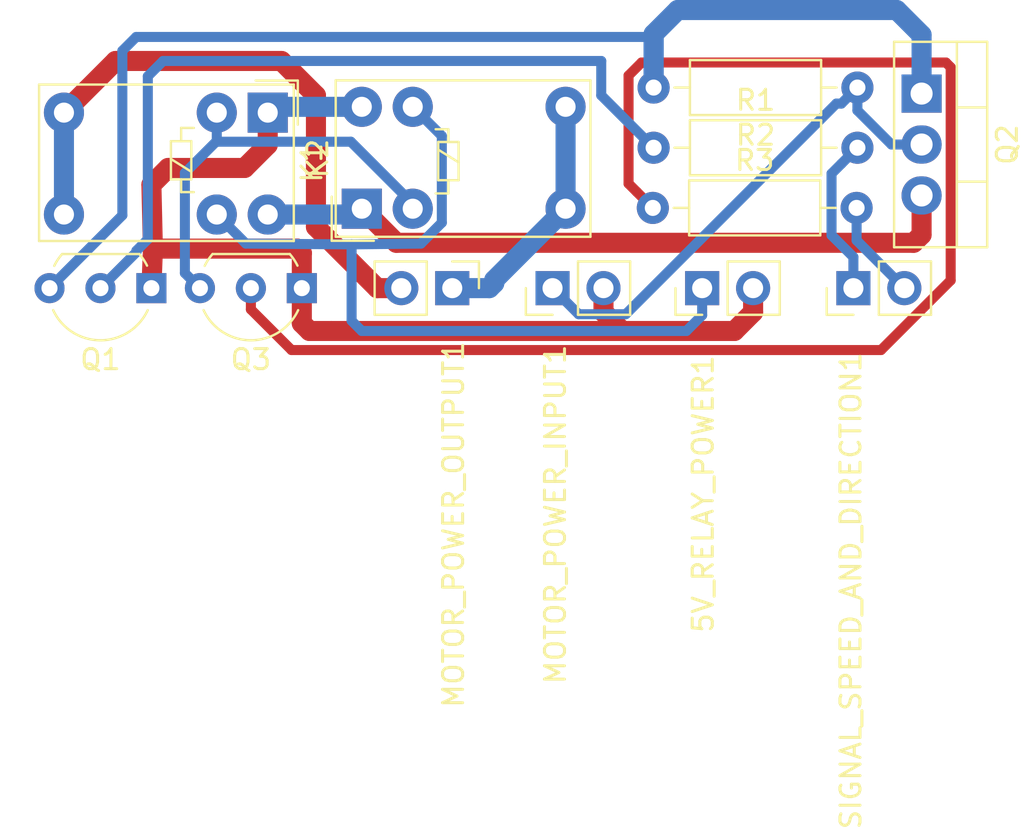
<source format=kicad_pcb>
(kicad_pcb (version 20171130) (host pcbnew "(5.1.5-0)")

  (general
    (thickness 1.6)
    (drawings 0)
    (tracks 106)
    (zones 0)
    (modules 12)
    (nets 13)
  )

  (page A4)
  (layers
    (0 F.Cu signal)
    (31 B.Cu signal)
    (32 B.Adhes user)
    (33 F.Adhes user)
    (34 B.Paste user)
    (35 F.Paste user)
    (36 B.SilkS user)
    (37 F.SilkS user)
    (38 B.Mask user)
    (39 F.Mask user)
    (40 Dwgs.User user)
    (41 Cmts.User user)
    (42 Eco1.User user)
    (43 Eco2.User user)
    (44 Edge.Cuts user)
    (45 Margin user)
    (46 B.CrtYd user)
    (47 F.CrtYd user)
    (48 B.Fab user)
    (49 F.Fab user)
  )

  (setup
    (last_trace_width 1)
    (user_trace_width 0.5)
    (user_trace_width 1)
    (user_trace_width 2.54)
    (trace_clearance 0.2)
    (zone_clearance 0.508)
    (zone_45_only no)
    (trace_min 0.2)
    (via_size 0.8)
    (via_drill 0.4)
    (via_min_size 0.4)
    (via_min_drill 0.3)
    (uvia_size 0.3)
    (uvia_drill 0.1)
    (uvias_allowed no)
    (uvia_min_size 0.2)
    (uvia_min_drill 0.1)
    (edge_width 0.05)
    (segment_width 0.2)
    (pcb_text_width 0.3)
    (pcb_text_size 1.5 1.5)
    (mod_edge_width 0.12)
    (mod_text_size 1 1)
    (mod_text_width 0.15)
    (pad_size 1.524 1.524)
    (pad_drill 0.762)
    (pad_to_mask_clearance 0.051)
    (solder_mask_min_width 0.25)
    (aux_axis_origin 0 0)
    (visible_elements FFFFFF7F)
    (pcbplotparams
      (layerselection 0x010fc_ffffffff)
      (usegerberextensions false)
      (usegerberattributes false)
      (usegerberadvancedattributes false)
      (creategerberjobfile false)
      (excludeedgelayer true)
      (linewidth 0.100000)
      (plotframeref false)
      (viasonmask false)
      (mode 1)
      (useauxorigin false)
      (hpglpennumber 1)
      (hpglpenspeed 20)
      (hpglpendiameter 15.000000)
      (psnegative false)
      (psa4output false)
      (plotreference true)
      (plotvalue true)
      (plotinvisibletext false)
      (padsonsilk false)
      (subtractmaskfromsilk false)
      (outputformat 1)
      (mirror false)
      (drillshape 1)
      (scaleselection 1)
      (outputdirectory ""))
  )

  (net 0 "")
  (net 1 GND)
  (net 2 /signal_speed_pwm)
  (net 3 /fet_drain)
  (net 4 /fet_g)
  (net 5 /bjt_b)
  (net 6 "Net-(Q3-Pad2)")
  (net 7 "Net-(K1-Pad2)")
  (net 8 "Net-(5V_RELAY_POWER1-Pad1)")
  (net 9 "Net-(K1-Pad5)")
  (net 10 "Net-(K2-Pad5)")
  (net 11 "Net-(MOTOR_POWER_INPUT1-Pad1)")
  (net 12 "Net-(R3-Pad2)")

  (net_class Default "This is the default net class."
    (clearance 0.2)
    (trace_width 0.25)
    (via_dia 0.8)
    (via_drill 0.4)
    (uvia_dia 0.3)
    (uvia_drill 0.1)
    (add_net /bjt_b)
    (add_net /fet_drain)
    (add_net /fet_g)
    (add_net /signal_speed_pwm)
    (add_net GND)
    (add_net "Net-(5V_RELAY_POWER1-Pad1)")
    (add_net "Net-(K1-Pad2)")
    (add_net "Net-(K1-Pad5)")
    (add_net "Net-(K2-Pad5)")
    (add_net "Net-(MOTOR_POWER_INPUT1-Pad1)")
    (add_net "Net-(Q3-Pad2)")
    (add_net "Net-(R3-Pad2)")
  )

  (module Package_TO_SOT_THT:TO-92L_Inline_Wide (layer F.Cu) (tedit 5A11996A) (tstamp 5E91B46E)
    (at 107.5 70 180)
    (descr "TO-92L leads in-line (large body variant of TO-92), also known as TO-226, wide, drill 0.75mm (see https://www.diodes.com/assets/Package-Files/TO92L.pdf and http://www.ti.com/lit/an/snoa059/snoa059.pdf)")
    (tags "TO-92L Inline Wide transistor")
    (path /5E926843)
    (fp_text reference Q3 (at 2.54 -3.56) (layer F.SilkS)
      (effects (font (size 1 1) (thickness 0.15)))
    )
    (fp_text value 2N2219 (at 2.54 2.79) (layer F.Fab)
      (effects (font (size 1 1) (thickness 0.15)))
    )
    (fp_arc (start 2.54 0) (end 4.45 1.7) (angle -15.88591585) (layer F.SilkS) (width 0.12))
    (fp_arc (start 2.54 0) (end 2.54 -2.48) (angle -130.2499344) (layer F.Fab) (width 0.1))
    (fp_arc (start 2.54 0) (end 2.54 -2.48) (angle 129.9527847) (layer F.Fab) (width 0.1))
    (fp_arc (start 2.54 0) (end 2.54 -2.6) (angle 65) (layer F.SilkS) (width 0.12))
    (fp_arc (start 2.54 0) (end 2.54 -2.6) (angle -65) (layer F.SilkS) (width 0.12))
    (fp_arc (start 2.54 0) (end 0.6 1.7) (angle 15.44288892) (layer F.SilkS) (width 0.12))
    (fp_line (start 6.1 1.85) (end -1 1.85) (layer F.CrtYd) (width 0.05))
    (fp_line (start 6.1 1.85) (end 6.1 -2.75) (layer F.CrtYd) (width 0.05))
    (fp_line (start -1 -2.75) (end -1 1.85) (layer F.CrtYd) (width 0.05))
    (fp_line (start -1 -2.75) (end 6.1 -2.75) (layer F.CrtYd) (width 0.05))
    (fp_line (start 0.65 1.6) (end 4.4 1.6) (layer F.Fab) (width 0.1))
    (fp_line (start 0.6 1.7) (end 4.45 1.7) (layer F.SilkS) (width 0.12))
    (fp_text user %R (at 2.54 -3.56) (layer F.Fab)
      (effects (font (size 1 1) (thickness 0.15)))
    )
    (pad 1 thru_hole rect (at 0 0 270) (size 1.5 1.5) (drill 0.8) (layers *.Cu *.Mask)
      (net 1 GND))
    (pad 3 thru_hole circle (at 5.08 0 270) (size 1.5 1.5) (drill 0.8) (layers *.Cu *.Mask)
      (net 7 "Net-(K1-Pad2)"))
    (pad 2 thru_hole circle (at 2.54 0 270) (size 1.5 1.5) (drill 0.8) (layers *.Cu *.Mask)
      (net 6 "Net-(Q3-Pad2)"))
    (model ${KISYS3DMOD}/Package_TO_SOT_THT.3dshapes/TO-92L_Inline_Wide.wrl
      (at (xyz 0 0 0))
      (scale (xyz 1 1 1))
      (rotate (xyz 0 0 0))
    )
  )

  (module Relay_THT:Relay_SPDT_Omron_G5V-1 (layer F.Cu) (tedit 5A57D9C3) (tstamp 5E91CA18)
    (at 110.49 66.04 90)
    (descr "Relay Omron G5V-1, see http://omronfs.omron.com/en_US/ecb/products/pdf/en-g5v_1.pdf")
    (tags "Relay Omron G5V-1")
    (path /5E941B93)
    (fp_text reference K2 (at 2.5 -2.2 90) (layer F.SilkS)
      (effects (font (size 1 1) (thickness 0.15)))
    )
    (fp_text value G5V-1 (at 2.5 12.5 90) (layer F.Fab)
      (effects (font (size 1 1) (thickness 0.15)))
    )
    (fp_line (start 6.45 11.45) (end -1.45 11.45) (layer F.CrtYd) (width 0.05))
    (fp_line (start 6.45 11.45) (end 6.45 -1.35) (layer F.CrtYd) (width 0.05))
    (fp_line (start -1.45 -1.35) (end -1.45 11.45) (layer F.CrtYd) (width 0.05))
    (fp_line (start -1.45 -1.35) (end 6.45 -1.35) (layer F.CrtYd) (width 0.05))
    (fp_line (start 3.327 3.81) (end 3.327 4.826) (layer F.SilkS) (width 0.12))
    (fp_line (start 1.422 4.826) (end 3.327 4.826) (layer F.SilkS) (width 0.12))
    (fp_line (start 1.422 3.81) (end 1.422 4.826) (layer F.SilkS) (width 0.12))
    (fp_line (start 3.327 3.81) (end 1.422 3.81) (layer F.SilkS) (width 0.12))
    (fp_line (start 3.962 4.318) (end 3.327 4.318) (layer F.SilkS) (width 0.12))
    (fp_line (start 3.962 3.683) (end 3.962 4.318) (layer F.SilkS) (width 0.12))
    (fp_line (start 0.762 4.318) (end 1.422 4.318) (layer F.SilkS) (width 0.12))
    (fp_line (start 0.762 3.683) (end 0.762 4.318) (layer F.SilkS) (width 0.12))
    (fp_line (start 2.946 3.81) (end 2.311 4.826) (layer F.SilkS) (width 0.12))
    (fp_line (start -0.1 -1.1) (end 6.2 -1.1) (layer F.Fab) (width 0.12))
    (fp_line (start 6.2 -1.1) (end 6.2 11.2) (layer F.Fab) (width 0.12))
    (fp_line (start 6.2 11.2) (end -1.2 11.2) (layer F.Fab) (width 0.12))
    (fp_line (start -1.2 11.2) (end -1.2 -0.1) (layer F.Fab) (width 0.12))
    (fp_line (start -1.2 -0.1) (end -0.1 -1.1) (layer F.Fab) (width 0.12))
    (fp_line (start -1.4 -1.3) (end 6.4 -1.3) (layer F.SilkS) (width 0.12))
    (fp_line (start 6.4 -1.3) (end 6.4 11.4) (layer F.SilkS) (width 0.12))
    (fp_line (start 6.4 11.4) (end -1.4 11.4) (layer F.SilkS) (width 0.12))
    (fp_line (start -1.4 11.4) (end -1.4 -1.3) (layer F.SilkS) (width 0.12))
    (fp_line (start -1.6 0.6) (end -1.6 -1.5) (layer F.SilkS) (width 0.12))
    (fp_line (start -1.6 -1.5) (end 0.6 -1.5) (layer F.SilkS) (width 0.12))
    (fp_text user %R (at 2.54 6.35 90) (layer F.Fab)
      (effects (font (size 1 1) (thickness 0.15)))
    )
    (pad 5 thru_hole circle (at 0 10.16 90) (size 2 2) (drill 1) (layers *.Cu *.Mask)
      (net 10 "Net-(K2-Pad5)"))
    (pad 6 thru_hole circle (at 5.08 10.16 90) (size 2 2) (drill 1) (layers *.Cu *.Mask)
      (net 10 "Net-(K2-Pad5)"))
    (pad 2 thru_hole circle (at 0 2.54 90) (size 2 2) (drill 1) (layers *.Cu *.Mask)
      (net 7 "Net-(K1-Pad2)"))
    (pad 1 thru_hole rect (at 0 0 90) (size 2 2) (drill 1) (layers *.Cu *.Mask)
      (net 3 /fet_drain))
    (pad 9 thru_hole circle (at 5.08 2.54 90) (size 2 2) (drill 1) (layers *.Cu *.Mask)
      (net 8 "Net-(5V_RELAY_POWER1-Pad1)"))
    (pad 10 thru_hole circle (at 5.08 0 90) (size 2 2) (drill 1) (layers *.Cu *.Mask)
      (net 1 GND))
    (model ${KISYS3DMOD}/Relay_THT.3dshapes/Relay_SPDT_Omron_G5V-1.wrl
      (at (xyz 0 0 0))
      (scale (xyz 1 1 1))
      (rotate (xyz 0 0 0))
    )
  )

  (module Package_TO_SOT_THT:TO-92L_Inline_Wide (layer F.Cu) (tedit 5A11996A) (tstamp 5E910F04)
    (at 100 70 180)
    (descr "TO-92L leads in-line (large body variant of TO-92), also known as TO-226, wide, drill 0.75mm (see https://www.diodes.com/assets/Package-Files/TO92L.pdf and http://www.ti.com/lit/an/snoa059/snoa059.pdf)")
    (tags "TO-92L Inline Wide transistor")
    (path /5E9047F0)
    (fp_text reference Q1 (at 2.54 -3.56) (layer F.SilkS)
      (effects (font (size 1 1) (thickness 0.15)))
    )
    (fp_text value 2N2219 (at 2.54 2.79) (layer F.Fab)
      (effects (font (size 1 1) (thickness 0.15)))
    )
    (fp_arc (start 2.54 0) (end 4.45 1.7) (angle -15.88591585) (layer F.SilkS) (width 0.12))
    (fp_arc (start 2.54 0) (end 2.54 -2.48) (angle -130.2499344) (layer F.Fab) (width 0.1))
    (fp_arc (start 2.54 0) (end 2.54 -2.48) (angle 129.9527847) (layer F.Fab) (width 0.1))
    (fp_arc (start 2.54 0) (end 2.54 -2.6) (angle 65) (layer F.SilkS) (width 0.12))
    (fp_arc (start 2.54 0) (end 2.54 -2.6) (angle -65) (layer F.SilkS) (width 0.12))
    (fp_arc (start 2.54 0) (end 0.6 1.7) (angle 15.44288892) (layer F.SilkS) (width 0.12))
    (fp_line (start 6.1 1.85) (end -1 1.85) (layer F.CrtYd) (width 0.05))
    (fp_line (start 6.1 1.85) (end 6.1 -2.75) (layer F.CrtYd) (width 0.05))
    (fp_line (start -1 -2.75) (end -1 1.85) (layer F.CrtYd) (width 0.05))
    (fp_line (start -1 -2.75) (end 6.1 -2.75) (layer F.CrtYd) (width 0.05))
    (fp_line (start 0.65 1.6) (end 4.4 1.6) (layer F.Fab) (width 0.1))
    (fp_line (start 0.6 1.7) (end 4.45 1.7) (layer F.SilkS) (width 0.12))
    (fp_text user %R (at 2.54 -3.56) (layer F.Fab)
      (effects (font (size 1 1) (thickness 0.15)))
    )
    (pad 1 thru_hole rect (at 0 0 270) (size 1.5 1.5) (drill 0.8) (layers *.Cu *.Mask)
      (net 1 GND))
    (pad 3 thru_hole circle (at 5.08 0 270) (size 1.5 1.5) (drill 0.8) (layers *.Cu *.Mask)
      (net 4 /fet_g))
    (pad 2 thru_hole circle (at 2.54 0 270) (size 1.5 1.5) (drill 0.8) (layers *.Cu *.Mask)
      (net 5 /bjt_b))
    (model ${KISYS3DMOD}/Package_TO_SOT_THT.3dshapes/TO-92L_Inline_Wide.wrl
      (at (xyz 0 0 0))
      (scale (xyz 1 1 1))
      (rotate (xyz 0 0 0))
    )
  )

  (module Relay_THT:Relay_SPDT_Omron_G5V-1 (layer F.Cu) (tedit 5A57D9C3) (tstamp 5E91CA7E)
    (at 105.800001 61.250001 270)
    (descr "Relay Omron G5V-1, see http://omronfs.omron.com/en_US/ecb/products/pdf/en-g5v_1.pdf")
    (tags "Relay Omron G5V-1")
    (path /5E93EF46)
    (fp_text reference K1 (at 2.5 -2.2 90) (layer F.SilkS)
      (effects (font (size 1 1) (thickness 0.15)))
    )
    (fp_text value G5V-1 (at 2.5 12.5 90) (layer F.Fab)
      (effects (font (size 1 1) (thickness 0.15)))
    )
    (fp_line (start 6.45 11.45) (end -1.45 11.45) (layer F.CrtYd) (width 0.05))
    (fp_line (start 6.45 11.45) (end 6.45 -1.35) (layer F.CrtYd) (width 0.05))
    (fp_line (start -1.45 -1.35) (end -1.45 11.45) (layer F.CrtYd) (width 0.05))
    (fp_line (start -1.45 -1.35) (end 6.45 -1.35) (layer F.CrtYd) (width 0.05))
    (fp_line (start 3.327 3.81) (end 3.327 4.826) (layer F.SilkS) (width 0.12))
    (fp_line (start 1.422 4.826) (end 3.327 4.826) (layer F.SilkS) (width 0.12))
    (fp_line (start 1.422 3.81) (end 1.422 4.826) (layer F.SilkS) (width 0.12))
    (fp_line (start 3.327 3.81) (end 1.422 3.81) (layer F.SilkS) (width 0.12))
    (fp_line (start 3.962 4.318) (end 3.327 4.318) (layer F.SilkS) (width 0.12))
    (fp_line (start 3.962 3.683) (end 3.962 4.318) (layer F.SilkS) (width 0.12))
    (fp_line (start 0.762 4.318) (end 1.422 4.318) (layer F.SilkS) (width 0.12))
    (fp_line (start 0.762 3.683) (end 0.762 4.318) (layer F.SilkS) (width 0.12))
    (fp_line (start 2.946 3.81) (end 2.311 4.826) (layer F.SilkS) (width 0.12))
    (fp_line (start -0.1 -1.1) (end 6.2 -1.1) (layer F.Fab) (width 0.12))
    (fp_line (start 6.2 -1.1) (end 6.2 11.2) (layer F.Fab) (width 0.12))
    (fp_line (start 6.2 11.2) (end -1.2 11.2) (layer F.Fab) (width 0.12))
    (fp_line (start -1.2 11.2) (end -1.2 -0.1) (layer F.Fab) (width 0.12))
    (fp_line (start -1.2 -0.1) (end -0.1 -1.1) (layer F.Fab) (width 0.12))
    (fp_line (start -1.4 -1.3) (end 6.4 -1.3) (layer F.SilkS) (width 0.12))
    (fp_line (start 6.4 -1.3) (end 6.4 11.4) (layer F.SilkS) (width 0.12))
    (fp_line (start 6.4 11.4) (end -1.4 11.4) (layer F.SilkS) (width 0.12))
    (fp_line (start -1.4 11.4) (end -1.4 -1.3) (layer F.SilkS) (width 0.12))
    (fp_line (start -1.6 0.6) (end -1.6 -1.5) (layer F.SilkS) (width 0.12))
    (fp_line (start -1.6 -1.5) (end 0.6 -1.5) (layer F.SilkS) (width 0.12))
    (fp_text user %R (at 2.54 6.35 90) (layer F.Fab)
      (effects (font (size 1 1) (thickness 0.15)))
    )
    (pad 5 thru_hole circle (at 0 10.16 270) (size 2 2) (drill 1) (layers *.Cu *.Mask)
      (net 9 "Net-(K1-Pad5)"))
    (pad 6 thru_hole circle (at 5.08 10.16 270) (size 2 2) (drill 1) (layers *.Cu *.Mask)
      (net 9 "Net-(K1-Pad5)"))
    (pad 2 thru_hole circle (at 0 2.54 270) (size 2 2) (drill 1) (layers *.Cu *.Mask)
      (net 7 "Net-(K1-Pad2)"))
    (pad 1 thru_hole rect (at 0 0 270) (size 2 2) (drill 1) (layers *.Cu *.Mask)
      (net 1 GND))
    (pad 9 thru_hole circle (at 5.08 2.54 270) (size 2 2) (drill 1) (layers *.Cu *.Mask)
      (net 8 "Net-(5V_RELAY_POWER1-Pad1)"))
    (pad 10 thru_hole circle (at 5.08 0 270) (size 2 2) (drill 1) (layers *.Cu *.Mask)
      (net 3 /fet_drain))
    (model ${KISYS3DMOD}/Relay_THT.3dshapes/Relay_SPDT_Omron_G5V-1.wrl
      (at (xyz 0 0 0))
      (scale (xyz 1 1 1))
      (rotate (xyz 0 0 0))
    )
  )

  (module Resistor_THT:R_Axial_DIN0207_L6.3mm_D2.5mm_P10.16mm_Horizontal (layer F.Cu) (tedit 5AE5139B) (tstamp 5E91EF7D)
    (at 125 66)
    (descr "Resistor, Axial_DIN0207 series, Axial, Horizontal, pin pitch=10.16mm, 0.25W = 1/4W, length*diameter=6.3*2.5mm^2, http://cdn-reichelt.de/documents/datenblatt/B400/1_4W%23YAG.pdf")
    (tags "Resistor Axial_DIN0207 series Axial Horizontal pin pitch 10.16mm 0.25W = 1/4W length 6.3mm diameter 2.5mm")
    (path /5E927C2F)
    (fp_text reference R3 (at 5.08 -2.37) (layer F.SilkS)
      (effects (font (size 1 1) (thickness 0.15)))
    )
    (fp_text value R1k (at 5.08 2.37) (layer F.Fab)
      (effects (font (size 1 1) (thickness 0.15)))
    )
    (fp_text user %R (at 5.08 0) (layer F.Fab)
      (effects (font (size 1 1) (thickness 0.15)))
    )
    (fp_line (start 11.21 -1.5) (end -1.05 -1.5) (layer F.CrtYd) (width 0.05))
    (fp_line (start 11.21 1.5) (end 11.21 -1.5) (layer F.CrtYd) (width 0.05))
    (fp_line (start -1.05 1.5) (end 11.21 1.5) (layer F.CrtYd) (width 0.05))
    (fp_line (start -1.05 -1.5) (end -1.05 1.5) (layer F.CrtYd) (width 0.05))
    (fp_line (start 9.12 0) (end 8.35 0) (layer F.SilkS) (width 0.12))
    (fp_line (start 1.04 0) (end 1.81 0) (layer F.SilkS) (width 0.12))
    (fp_line (start 8.35 -1.37) (end 1.81 -1.37) (layer F.SilkS) (width 0.12))
    (fp_line (start 8.35 1.37) (end 8.35 -1.37) (layer F.SilkS) (width 0.12))
    (fp_line (start 1.81 1.37) (end 8.35 1.37) (layer F.SilkS) (width 0.12))
    (fp_line (start 1.81 -1.37) (end 1.81 1.37) (layer F.SilkS) (width 0.12))
    (fp_line (start 10.16 0) (end 8.23 0) (layer F.Fab) (width 0.1))
    (fp_line (start 0 0) (end 1.93 0) (layer F.Fab) (width 0.1))
    (fp_line (start 8.23 -1.25) (end 1.93 -1.25) (layer F.Fab) (width 0.1))
    (fp_line (start 8.23 1.25) (end 8.23 -1.25) (layer F.Fab) (width 0.1))
    (fp_line (start 1.93 1.25) (end 8.23 1.25) (layer F.Fab) (width 0.1))
    (fp_line (start 1.93 -1.25) (end 1.93 1.25) (layer F.Fab) (width 0.1))
    (pad 2 thru_hole oval (at 10.16 0) (size 1.6 1.6) (drill 0.8) (layers *.Cu *.Mask)
      (net 12 "Net-(R3-Pad2)"))
    (pad 1 thru_hole circle (at 0 0) (size 1.6 1.6) (drill 0.8) (layers *.Cu *.Mask)
      (net 6 "Net-(Q3-Pad2)"))
    (model ${KISYS3DMOD}/Resistor_THT.3dshapes/R_Axial_DIN0207_L6.3mm_D2.5mm_P10.16mm_Horizontal.wrl
      (at (xyz 0 0 0))
      (scale (xyz 1 1 1))
      (rotate (xyz 0 0 0))
    )
  )

  (module Package_TO_SOT_THT:TO-220-3_Vertical (layer F.Cu) (tedit 5AC8BA0D) (tstamp 5E91B459)
    (at 138.4 60.3 270)
    (descr "TO-220-3, Vertical, RM 2.54mm, see https://www.vishay.com/docs/66542/to-220-1.pdf")
    (tags "TO-220-3 Vertical RM 2.54mm")
    (path /5E912D11)
    (fp_text reference Q2 (at 2.54 -4.27 90) (layer F.SilkS)
      (effects (font (size 1 1) (thickness 0.15)))
    )
    (fp_text value IRF9540N (at 2.54 2.5 90) (layer F.Fab)
      (effects (font (size 1 1) (thickness 0.15)))
    )
    (fp_text user %R (at 2.54 -4.27 90) (layer F.Fab)
      (effects (font (size 1 1) (thickness 0.15)))
    )
    (fp_line (start 7.79 -3.4) (end -2.71 -3.4) (layer F.CrtYd) (width 0.05))
    (fp_line (start 7.79 1.51) (end 7.79 -3.4) (layer F.CrtYd) (width 0.05))
    (fp_line (start -2.71 1.51) (end 7.79 1.51) (layer F.CrtYd) (width 0.05))
    (fp_line (start -2.71 -3.4) (end -2.71 1.51) (layer F.CrtYd) (width 0.05))
    (fp_line (start 4.391 -3.27) (end 4.391 -1.76) (layer F.SilkS) (width 0.12))
    (fp_line (start 0.69 -3.27) (end 0.69 -1.76) (layer F.SilkS) (width 0.12))
    (fp_line (start -2.58 -1.76) (end 7.66 -1.76) (layer F.SilkS) (width 0.12))
    (fp_line (start 7.66 -3.27) (end 7.66 1.371) (layer F.SilkS) (width 0.12))
    (fp_line (start -2.58 -3.27) (end -2.58 1.371) (layer F.SilkS) (width 0.12))
    (fp_line (start -2.58 1.371) (end 7.66 1.371) (layer F.SilkS) (width 0.12))
    (fp_line (start -2.58 -3.27) (end 7.66 -3.27) (layer F.SilkS) (width 0.12))
    (fp_line (start 4.39 -3.15) (end 4.39 -1.88) (layer F.Fab) (width 0.1))
    (fp_line (start 0.69 -3.15) (end 0.69 -1.88) (layer F.Fab) (width 0.1))
    (fp_line (start -2.46 -1.88) (end 7.54 -1.88) (layer F.Fab) (width 0.1))
    (fp_line (start 7.54 -3.15) (end -2.46 -3.15) (layer F.Fab) (width 0.1))
    (fp_line (start 7.54 1.25) (end 7.54 -3.15) (layer F.Fab) (width 0.1))
    (fp_line (start -2.46 1.25) (end 7.54 1.25) (layer F.Fab) (width 0.1))
    (fp_line (start -2.46 -3.15) (end -2.46 1.25) (layer F.Fab) (width 0.1))
    (pad 3 thru_hole oval (at 5.08 0 270) (size 1.905 2) (drill 1.1) (layers *.Cu *.Mask)
      (net 3 /fet_drain))
    (pad 2 thru_hole oval (at 2.54 0 270) (size 1.905 2) (drill 1.1) (layers *.Cu *.Mask)
      (net 11 "Net-(MOTOR_POWER_INPUT1-Pad1)"))
    (pad 1 thru_hole rect (at 0 0 270) (size 1.905 2) (drill 1.1) (layers *.Cu *.Mask)
      (net 4 /fet_g))
    (model ${KISYS3DMOD}/Package_TO_SOT_THT.3dshapes/TO-220-3_Vertical.wrl
      (at (xyz 0 0 0))
      (scale (xyz 1 1 1))
      (rotate (xyz 0 0 0))
    )
  )

  (module Connector_PinHeader_2.54mm:PinHeader_1x02_P2.54mm_Vertical (layer F.Cu) (tedit 59FED5CC) (tstamp 5E91F664)
    (at 115 70 270)
    (descr "Through hole straight pin header, 1x02, 2.54mm pitch, single row")
    (tags "Through hole pin header THT 1x02 2.54mm single row")
    (path /5E92FC61)
    (fp_text reference MOTOR_POWER_OUTPUT1 (at 11.788 -0.062 90) (layer F.SilkS)
      (effects (font (size 1 1) (thickness 0.15)))
    )
    (fp_text value MOTOR_POWER_OUTPUT (at 12.296 1.208 90) (layer F.Fab)
      (effects (font (size 1 1) (thickness 0.15)))
    )
    (fp_text user %R (at 11.788 -1.332 90) (layer F.Fab)
      (effects (font (size 1 1) (thickness 0.15)))
    )
    (fp_line (start 1.8 -1.8) (end -1.8 -1.8) (layer F.CrtYd) (width 0.05))
    (fp_line (start 1.8 4.35) (end 1.8 -1.8) (layer F.CrtYd) (width 0.05))
    (fp_line (start -1.8 4.35) (end 1.8 4.35) (layer F.CrtYd) (width 0.05))
    (fp_line (start -1.8 -1.8) (end -1.8 4.35) (layer F.CrtYd) (width 0.05))
    (fp_line (start -1.33 -1.33) (end 0 -1.33) (layer F.SilkS) (width 0.12))
    (fp_line (start -1.33 0) (end -1.33 -1.33) (layer F.SilkS) (width 0.12))
    (fp_line (start -1.33 1.27) (end 1.33 1.27) (layer F.SilkS) (width 0.12))
    (fp_line (start 1.33 1.27) (end 1.33 3.87) (layer F.SilkS) (width 0.12))
    (fp_line (start -1.33 1.27) (end -1.33 3.87) (layer F.SilkS) (width 0.12))
    (fp_line (start -1.33 3.87) (end 1.33 3.87) (layer F.SilkS) (width 0.12))
    (fp_line (start -1.27 -0.635) (end -0.635 -1.27) (layer F.Fab) (width 0.1))
    (fp_line (start -1.27 3.81) (end -1.27 -0.635) (layer F.Fab) (width 0.1))
    (fp_line (start 1.27 3.81) (end -1.27 3.81) (layer F.Fab) (width 0.1))
    (fp_line (start 1.27 -1.27) (end 1.27 3.81) (layer F.Fab) (width 0.1))
    (fp_line (start -0.635 -1.27) (end 1.27 -1.27) (layer F.Fab) (width 0.1))
    (pad 2 thru_hole oval (at 0 2.54 270) (size 1.7 1.7) (drill 1) (layers *.Cu *.Mask)
      (net 9 "Net-(K1-Pad5)"))
    (pad 1 thru_hole rect (at 0 0 270) (size 1.7 1.7) (drill 1) (layers *.Cu *.Mask)
      (net 10 "Net-(K2-Pad5)"))
    (model ${KISYS3DMOD}/Connector_PinHeader_2.54mm.3dshapes/PinHeader_1x02_P2.54mm_Vertical.wrl
      (at (xyz 0 0 0))
      (scale (xyz 1 1 1))
      (rotate (xyz 0 0 0))
    )
  )

  (module Connector_PinHeader_2.54mm:PinHeader_1x02_P2.54mm_Vertical (layer F.Cu) (tedit 59FED5CC) (tstamp 5E920ACA)
    (at 127.46 70 90)
    (descr "Through hole straight pin header, 1x02, 2.54mm pitch, single row")
    (tags "Through hole pin header THT 1x02 2.54mm single row")
    (path /5E92CC88)
    (fp_text reference 5V_RELAY_POWER1 (at -10.264 0.048 90) (layer F.SilkS)
      (effects (font (size 1 1) (thickness 0.15)))
    )
    (fp_text value 5V_RELAY_POWER (at -10.772 1.318 90) (layer F.Fab)
      (effects (font (size 1 1) (thickness 0.15)))
    )
    (fp_text user %R (at -10.264 -1.222 90) (layer F.Fab)
      (effects (font (size 1 1) (thickness 0.15)))
    )
    (fp_line (start 1.8 -1.8) (end -1.8 -1.8) (layer F.CrtYd) (width 0.05))
    (fp_line (start 1.8 4.35) (end 1.8 -1.8) (layer F.CrtYd) (width 0.05))
    (fp_line (start -1.8 4.35) (end 1.8 4.35) (layer F.CrtYd) (width 0.05))
    (fp_line (start -1.8 -1.8) (end -1.8 4.35) (layer F.CrtYd) (width 0.05))
    (fp_line (start -1.33 -1.33) (end 0 -1.33) (layer F.SilkS) (width 0.12))
    (fp_line (start -1.33 0) (end -1.33 -1.33) (layer F.SilkS) (width 0.12))
    (fp_line (start -1.33 1.27) (end 1.33 1.27) (layer F.SilkS) (width 0.12))
    (fp_line (start 1.33 1.27) (end 1.33 3.87) (layer F.SilkS) (width 0.12))
    (fp_line (start -1.33 1.27) (end -1.33 3.87) (layer F.SilkS) (width 0.12))
    (fp_line (start -1.33 3.87) (end 1.33 3.87) (layer F.SilkS) (width 0.12))
    (fp_line (start -1.27 -0.635) (end -0.635 -1.27) (layer F.Fab) (width 0.1))
    (fp_line (start -1.27 3.81) (end -1.27 -0.635) (layer F.Fab) (width 0.1))
    (fp_line (start 1.27 3.81) (end -1.27 3.81) (layer F.Fab) (width 0.1))
    (fp_line (start 1.27 -1.27) (end 1.27 3.81) (layer F.Fab) (width 0.1))
    (fp_line (start -0.635 -1.27) (end 1.27 -1.27) (layer F.Fab) (width 0.1))
    (pad 2 thru_hole oval (at 0 2.54 90) (size 1.7 1.7) (drill 1) (layers *.Cu *.Mask)
      (net 1 GND))
    (pad 1 thru_hole rect (at 0 0 90) (size 1.7 1.7) (drill 1) (layers *.Cu *.Mask)
      (net 8 "Net-(5V_RELAY_POWER1-Pad1)"))
    (model ${KISYS3DMOD}/Connector_PinHeader_2.54mm.3dshapes/PinHeader_1x02_P2.54mm_Vertical.wrl
      (at (xyz 0 0 0))
      (scale (xyz 1 1 1))
      (rotate (xyz 0 0 0))
    )
  )

  (module Resistor_THT:R_Axial_DIN0207_L6.3mm_D2.5mm_P10.16mm_Horizontal (layer F.Cu) (tedit 5AE5139B) (tstamp 5E91F070)
    (at 135.2 60 180)
    (descr "Resistor, Axial_DIN0207 series, Axial, Horizontal, pin pitch=10.16mm, 0.25W = 1/4W, length*diameter=6.3*2.5mm^2, http://cdn-reichelt.de/documents/datenblatt/B400/1_4W%23YAG.pdf")
    (tags "Resistor Axial_DIN0207 series Axial Horizontal pin pitch 10.16mm 0.25W = 1/4W length 6.3mm diameter 2.5mm")
    (path /5E9066A8)
    (fp_text reference R2 (at 5.08 -2.37) (layer F.SilkS)
      (effects (font (size 1 1) (thickness 0.15)))
    )
    (fp_text value r200k (at 5.08 2.37) (layer F.Fab)
      (effects (font (size 1 1) (thickness 0.15)))
    )
    (fp_text user %R (at 5.08 0 270) (layer F.Fab)
      (effects (font (size 1 1) (thickness 0.15)))
    )
    (fp_line (start 11.21 -1.5) (end -1.05 -1.5) (layer F.CrtYd) (width 0.05))
    (fp_line (start 11.21 1.5) (end 11.21 -1.5) (layer F.CrtYd) (width 0.05))
    (fp_line (start -1.05 1.5) (end 11.21 1.5) (layer F.CrtYd) (width 0.05))
    (fp_line (start -1.05 -1.5) (end -1.05 1.5) (layer F.CrtYd) (width 0.05))
    (fp_line (start 9.12 0) (end 8.35 0) (layer F.SilkS) (width 0.12))
    (fp_line (start 1.04 0) (end 1.81 0) (layer F.SilkS) (width 0.12))
    (fp_line (start 8.35 -1.37) (end 1.81 -1.37) (layer F.SilkS) (width 0.12))
    (fp_line (start 8.35 1.37) (end 8.35 -1.37) (layer F.SilkS) (width 0.12))
    (fp_line (start 1.81 1.37) (end 8.35 1.37) (layer F.SilkS) (width 0.12))
    (fp_line (start 1.81 -1.37) (end 1.81 1.37) (layer F.SilkS) (width 0.12))
    (fp_line (start 10.16 0) (end 8.23 0) (layer F.Fab) (width 0.1))
    (fp_line (start 0 0) (end 1.93 0) (layer F.Fab) (width 0.1))
    (fp_line (start 8.23 -1.25) (end 1.93 -1.25) (layer F.Fab) (width 0.1))
    (fp_line (start 8.23 1.25) (end 8.23 -1.25) (layer F.Fab) (width 0.1))
    (fp_line (start 1.93 1.25) (end 8.23 1.25) (layer F.Fab) (width 0.1))
    (fp_line (start 1.93 -1.25) (end 1.93 1.25) (layer F.Fab) (width 0.1))
    (pad 2 thru_hole oval (at 10.16 0 180) (size 1.6 1.6) (drill 0.8) (layers *.Cu *.Mask)
      (net 4 /fet_g))
    (pad 1 thru_hole circle (at 0 0 180) (size 1.6 1.6) (drill 0.8) (layers *.Cu *.Mask)
      (net 11 "Net-(MOTOR_POWER_INPUT1-Pad1)"))
    (model ${KISYS3DMOD}/Resistor_THT.3dshapes/R_Axial_DIN0207_L6.3mm_D2.5mm_P10.16mm_Horizontal.wrl
      (at (xyz 0 0 0))
      (scale (xyz 1 1 1))
      (rotate (xyz 0 0 0))
    )
  )

  (module Resistor_THT:R_Axial_DIN0207_L6.3mm_D2.5mm_P10.16mm_Horizontal (layer F.Cu) (tedit 5AE5139B) (tstamp 5E91EC5F)
    (at 125.04 63)
    (descr "Resistor, Axial_DIN0207 series, Axial, Horizontal, pin pitch=10.16mm, 0.25W = 1/4W, length*diameter=6.3*2.5mm^2, http://cdn-reichelt.de/documents/datenblatt/B400/1_4W%23YAG.pdf")
    (tags "Resistor Axial_DIN0207 series Axial Horizontal pin pitch 10.16mm 0.25W = 1/4W length 6.3mm diameter 2.5mm")
    (path /5E90F097)
    (fp_text reference R1 (at 5.08 -2.37) (layer F.SilkS)
      (effects (font (size 1 1) (thickness 0.15)))
    )
    (fp_text value R1k (at 5.08 2.37) (layer F.Fab)
      (effects (font (size 1 1) (thickness 0.15)))
    )
    (fp_text user %R (at 5.08 0) (layer F.Fab)
      (effects (font (size 1 1) (thickness 0.15)))
    )
    (fp_line (start 11.21 -1.5) (end -1.05 -1.5) (layer F.CrtYd) (width 0.05))
    (fp_line (start 11.21 1.5) (end 11.21 -1.5) (layer F.CrtYd) (width 0.05))
    (fp_line (start -1.05 1.5) (end 11.21 1.5) (layer F.CrtYd) (width 0.05))
    (fp_line (start -1.05 -1.5) (end -1.05 1.5) (layer F.CrtYd) (width 0.05))
    (fp_line (start 9.12 0) (end 8.35 0) (layer F.SilkS) (width 0.12))
    (fp_line (start 1.04 0) (end 1.81 0) (layer F.SilkS) (width 0.12))
    (fp_line (start 8.35 -1.37) (end 1.81 -1.37) (layer F.SilkS) (width 0.12))
    (fp_line (start 8.35 1.37) (end 8.35 -1.37) (layer F.SilkS) (width 0.12))
    (fp_line (start 1.81 1.37) (end 8.35 1.37) (layer F.SilkS) (width 0.12))
    (fp_line (start 1.81 -1.37) (end 1.81 1.37) (layer F.SilkS) (width 0.12))
    (fp_line (start 10.16 0) (end 8.23 0) (layer F.Fab) (width 0.1))
    (fp_line (start 0 0) (end 1.93 0) (layer F.Fab) (width 0.1))
    (fp_line (start 8.23 -1.25) (end 1.93 -1.25) (layer F.Fab) (width 0.1))
    (fp_line (start 8.23 1.25) (end 8.23 -1.25) (layer F.Fab) (width 0.1))
    (fp_line (start 1.93 1.25) (end 8.23 1.25) (layer F.Fab) (width 0.1))
    (fp_line (start 1.93 -1.25) (end 1.93 1.25) (layer F.Fab) (width 0.1))
    (pad 2 thru_hole oval (at 10.16 0) (size 1.6 1.6) (drill 0.8) (layers *.Cu *.Mask)
      (net 2 /signal_speed_pwm))
    (pad 1 thru_hole circle (at 0 0) (size 1.6 1.6) (drill 0.8) (layers *.Cu *.Mask)
      (net 5 /bjt_b))
    (model ${KISYS3DMOD}/Resistor_THT.3dshapes/R_Axial_DIN0207_L6.3mm_D2.5mm_P10.16mm_Horizontal.wrl
      (at (xyz 0 0 0))
      (scale (xyz 1 1 1))
      (rotate (xyz 0 0 0))
    )
  )

  (module Connector_PinHeader_2.54mm:PinHeader_1x02_P2.54mm_Vertical (layer F.Cu) (tedit 59FED5CC) (tstamp 5E911338)
    (at 135 70 90)
    (descr "Through hole straight pin header, 1x02, 2.54mm pitch, single row")
    (tags "Through hole pin header THT 1x02 2.54mm single row")
    (path /5E90FCD0)
    (fp_text reference SIGNAL_SPEED_AND_DIRECTION1 (at -15.09 -0.126 90) (layer F.SilkS)
      (effects (font (size 1 1) (thickness 0.15)))
    )
    (fp_text value SIGNAL_SPEED_AND_DIRECTION (at -15.598 2.414 90) (layer F.Fab)
      (effects (font (size 1 1) (thickness 0.15)))
    )
    (fp_text user %R (at -15.09 1.144 90) (layer F.Fab)
      (effects (font (size 1 1) (thickness 0.15)))
    )
    (fp_line (start 1.8 -1.8) (end -1.8 -1.8) (layer F.CrtYd) (width 0.05))
    (fp_line (start 1.8 4.35) (end 1.8 -1.8) (layer F.CrtYd) (width 0.05))
    (fp_line (start -1.8 4.35) (end 1.8 4.35) (layer F.CrtYd) (width 0.05))
    (fp_line (start -1.8 -1.8) (end -1.8 4.35) (layer F.CrtYd) (width 0.05))
    (fp_line (start -1.33 -1.33) (end 0 -1.33) (layer F.SilkS) (width 0.12))
    (fp_line (start -1.33 0) (end -1.33 -1.33) (layer F.SilkS) (width 0.12))
    (fp_line (start -1.33 1.27) (end 1.33 1.27) (layer F.SilkS) (width 0.12))
    (fp_line (start 1.33 1.27) (end 1.33 3.87) (layer F.SilkS) (width 0.12))
    (fp_line (start -1.33 1.27) (end -1.33 3.87) (layer F.SilkS) (width 0.12))
    (fp_line (start -1.33 3.87) (end 1.33 3.87) (layer F.SilkS) (width 0.12))
    (fp_line (start -1.27 -0.635) (end -0.635 -1.27) (layer F.Fab) (width 0.1))
    (fp_line (start -1.27 3.81) (end -1.27 -0.635) (layer F.Fab) (width 0.1))
    (fp_line (start 1.27 3.81) (end -1.27 3.81) (layer F.Fab) (width 0.1))
    (fp_line (start 1.27 -1.27) (end 1.27 3.81) (layer F.Fab) (width 0.1))
    (fp_line (start -0.635 -1.27) (end 1.27 -1.27) (layer F.Fab) (width 0.1))
    (pad 2 thru_hole oval (at 0 2.54 90) (size 1.7 1.7) (drill 1) (layers *.Cu *.Mask)
      (net 12 "Net-(R3-Pad2)"))
    (pad 1 thru_hole rect (at 0 0 90) (size 1.7 1.7) (drill 1) (layers *.Cu *.Mask)
      (net 2 /signal_speed_pwm))
    (model ${KISYS3DMOD}/Connector_PinHeader_2.54mm.3dshapes/PinHeader_1x02_P2.54mm_Vertical.wrl
      (at (xyz 0 0 0))
      (scale (xyz 1 1 1))
      (rotate (xyz 0 0 0))
    )
  )

  (module Connector_PinHeader_2.54mm:PinHeader_1x02_P2.54mm_Vertical (layer F.Cu) (tedit 59FED5CC) (tstamp 5E9208F4)
    (at 120 70 90)
    (descr "Through hole straight pin header, 1x02, 2.54mm pitch, single row")
    (tags "Through hole pin header THT 1x02 2.54mm single row")
    (path /5E909D27)
    (fp_text reference MOTOR_POWER_INPUT1 (at -11.28 0.142 90) (layer F.SilkS)
      (effects (font (size 1 1) (thickness 0.15)))
    )
    (fp_text value MOTOR_POWER_INPUT (at -11.788 1.412 90) (layer F.Fab)
      (effects (font (size 1 1) (thickness 0.15)))
    )
    (fp_line (start -0.635 -1.27) (end 1.27 -1.27) (layer F.Fab) (width 0.1))
    (fp_line (start 1.27 -1.27) (end 1.27 3.81) (layer F.Fab) (width 0.1))
    (fp_line (start 1.27 3.81) (end -1.27 3.81) (layer F.Fab) (width 0.1))
    (fp_line (start -1.27 3.81) (end -1.27 -0.635) (layer F.Fab) (width 0.1))
    (fp_line (start -1.27 -0.635) (end -0.635 -1.27) (layer F.Fab) (width 0.1))
    (fp_line (start -1.33 3.87) (end 1.33 3.87) (layer F.SilkS) (width 0.12))
    (fp_line (start -1.33 1.27) (end -1.33 3.87) (layer F.SilkS) (width 0.12))
    (fp_line (start 1.33 1.27) (end 1.33 3.87) (layer F.SilkS) (width 0.12))
    (fp_line (start -1.33 1.27) (end 1.33 1.27) (layer F.SilkS) (width 0.12))
    (fp_line (start -1.33 0) (end -1.33 -1.33) (layer F.SilkS) (width 0.12))
    (fp_line (start -1.33 -1.33) (end 0 -1.33) (layer F.SilkS) (width 0.12))
    (fp_line (start -1.8 -1.8) (end -1.8 4.35) (layer F.CrtYd) (width 0.05))
    (fp_line (start -1.8 4.35) (end 1.8 4.35) (layer F.CrtYd) (width 0.05))
    (fp_line (start 1.8 4.35) (end 1.8 -1.8) (layer F.CrtYd) (width 0.05))
    (fp_line (start 1.8 -1.8) (end -1.8 -1.8) (layer F.CrtYd) (width 0.05))
    (fp_text user %R (at -11.28 -1.128 90) (layer F.Fab)
      (effects (font (size 1 1) (thickness 0.15)))
    )
    (pad 1 thru_hole rect (at 0 0 90) (size 1.7 1.7) (drill 1) (layers *.Cu *.Mask)
      (net 11 "Net-(MOTOR_POWER_INPUT1-Pad1)"))
    (pad 2 thru_hole oval (at 0 2.54 90) (size 1.7 1.7) (drill 1) (layers *.Cu *.Mask)
      (net 1 GND))
    (model ${KISYS3DMOD}/Connector_PinHeader_2.54mm.3dshapes/PinHeader_1x02_P2.54mm_Vertical.wrl
      (at (xyz 0 0 0))
      (scale (xyz 1 1 1))
      (rotate (xyz 0 0 0))
    )
  )

  (segment (start 135.16 67.62) (end 137.54 70) (width 0.5) (layer B.Cu) (net 12))
  (segment (start 135.16 66) (end 135.16 67.62) (width 0.5) (layer B.Cu) (net 12))
  (segment (start 106.090002 60.96) (end 105.800001 61.250001) (width 1) (layer B.Cu) (net 1))
  (segment (start 110.49 60.96) (end 106.090002 60.96) (width 1) (layer B.Cu) (net 1))
  (segment (start 107.500002 68.249998) (end 107.5 68.25) (width 1) (layer F.Cu) (net 1))
  (segment (start 122.54 71.202081) (end 123.473919 72.136) (width 1) (layer F.Cu) (net 1))
  (segment (start 122.54 70) (end 122.54 71.202081) (width 1) (layer F.Cu) (net 1))
  (segment (start 130 71.202081) (end 130 70) (width 1) (layer F.Cu) (net 1))
  (segment (start 129.066081 72.136) (end 130 71.202081) (width 1) (layer F.Cu) (net 1))
  (segment (start 123.473919 72.136) (end 129.066081 72.136) (width 1) (layer F.Cu) (net 1))
  (segment (start 107.886 72.136) (end 107.5 71.75) (width 1) (layer F.Cu) (net 1))
  (segment (start 107.5 71.75) (end 107.5 70) (width 1) (layer F.Cu) (net 1))
  (segment (start 108.966 72.136) (end 107.886 72.136) (width 1) (layer F.Cu) (net 1))
  (segment (start 123.473919 72.136) (end 108.966 72.136) (width 1) (layer F.Cu) (net 1))
  (segment (start 105.800001 61.250001) (end 105.800001 62.855999) (width 1) (layer F.Cu) (net 1))
  (segment (start 105.800001 62.855999) (end 104.648 64.008) (width 1) (layer F.Cu) (net 1))
  (segment (start 104.648 64.008) (end 100.838 64.008) (width 1) (layer F.Cu) (net 1))
  (segment (start 100.838 64.008) (end 100 64.846) (width 1) (layer F.Cu) (net 1))
  (segment (start 107.5 68.25) (end 107.280002 68.030002) (width 1) (layer F.Cu) (net 1))
  (segment (start 107.5 70) (end 107.5 68.25) (width 1) (layer F.Cu) (net 1))
  (segment (start 100.117998 68.030002) (end 100.076 68.072) (width 1) (layer F.Cu) (net 1))
  (segment (start 100.076 68.072) (end 100 70) (width 1) (layer F.Cu) (net 1))
  (segment (start 107.280002 68.030002) (end 100.117998 68.030002) (width 1) (layer F.Cu) (net 1))
  (segment (start 100 64.846) (end 100.076 68.072) (width 1) (layer F.Cu) (net 1))
  (segment (start 123.649997 71.300001) (end 134.149999 60.799999) (width 0.5) (layer B.Cu) (net 11))
  (segment (start 134.400001 60.799999) (end 135.2 60) (width 0.5) (layer B.Cu) (net 11))
  (segment (start 134.149999 60.799999) (end 134.400001 60.799999) (width 0.5) (layer B.Cu) (net 11))
  (segment (start 121.300001 71.300001) (end 123.649997 71.300001) (width 0.5) (layer B.Cu) (net 11))
  (segment (start 120 70) (end 121.300001 71.300001) (width 0.5) (layer B.Cu) (net 11))
  (segment (start 135.2 61.13137) (end 135.2 60) (width 0.5) (layer B.Cu) (net 11))
  (segment (start 135.2 61.14) (end 135.2 61.13137) (width 0.5) (layer B.Cu) (net 11))
  (segment (start 136.9 62.84) (end 135.2 61.14) (width 0.5) (layer B.Cu) (net 11))
  (segment (start 138.4 62.84) (end 136.9 62.84) (width 0.5) (layer B.Cu) (net 11))
  (segment (start 133.909999 64.290001) (end 134.400001 63.799999) (width 0.5) (layer B.Cu) (net 2))
  (segment (start 134.400001 63.799999) (end 135.2 63) (width 0.5) (layer B.Cu) (net 2))
  (segment (start 133.909999 67.359961) (end 133.909999 64.290001) (width 0.5) (layer B.Cu) (net 2))
  (segment (start 135 68.449962) (end 133.909999 67.359961) (width 0.5) (layer B.Cu) (net 2))
  (segment (start 135 70) (end 135 68.449962) (width 0.5) (layer B.Cu) (net 2))
  (segment (start 104.26 67.33) (end 103.260001 66.330001) (width 0.5) (layer B.Cu) (net 8))
  (segment (start 104.710002 67.780002) (end 104.26 67.33) (width 0.5) (layer B.Cu) (net 8))
  (segment (start 114.480001 66.736001) (end 113.436 67.780002) (width 0.5) (layer B.Cu) (net 8))
  (segment (start 114.480001 62.410001) (end 114.480001 66.736001) (width 0.5) (layer B.Cu) (net 8))
  (segment (start 113.03 60.96) (end 114.480001 62.410001) (width 0.5) (layer B.Cu) (net 8))
  (segment (start 127.46 71.35) (end 126.674 72.136) (width 0.5) (layer B.Cu) (net 8))
  (segment (start 127.46 70) (end 127.46 71.35) (width 0.5) (layer B.Cu) (net 8))
  (segment (start 126.674 72.136) (end 110.49 72.136) (width 0.5) (layer B.Cu) (net 8))
  (segment (start 110.49 72.136) (end 109.982 71.628) (width 0.5) (layer B.Cu) (net 8))
  (segment (start 109.982 71.628) (end 109.982 67.818) (width 0.5) (layer B.Cu) (net 8))
  (segment (start 109.982 67.818) (end 104.710002 67.780002) (width 0.5) (layer B.Cu) (net 8))
  (segment (start 113.436 67.780002) (end 109.982 67.818) (width 0.5) (layer B.Cu) (net 8))
  (segment (start 95.640001 61.250001) (end 95.640001 66.330001) (width 1) (layer B.Cu) (net 9))
  (segment (start 111.257919 70) (end 108.204 66.946081) (width 1) (layer F.Cu) (net 9))
  (segment (start 112.46 70) (end 111.257919 70) (width 1) (layer F.Cu) (net 9))
  (segment (start 108.204 60.393998) (end 106.484002 58.674) (width 1) (layer F.Cu) (net 9))
  (segment (start 108.204 66.946081) (end 108.204 60.393998) (width 1) (layer F.Cu) (net 9))
  (segment (start 98.216002 58.674) (end 95.640001 61.250001) (width 1) (layer F.Cu) (net 9))
  (segment (start 106.484002 58.674) (end 98.216002 58.674) (width 1) (layer F.Cu) (net 9))
  (segment (start 120.65 66.04) (end 120.65 60.96) (width 1) (layer B.Cu) (net 10))
  (segment (start 116.85 70) (end 117.094 69.756) (width 1) (layer B.Cu) (net 10))
  (segment (start 115 70) (end 116.85 70) (width 1) (layer B.Cu) (net 10))
  (segment (start 117.094 69.596) (end 120.65 66.04) (width 1) (layer B.Cu) (net 10))
  (segment (start 117.094 69.756) (end 117.094 69.596) (width 1) (layer B.Cu) (net 10))
  (segment (start 110.199999 66.330001) (end 110.49 66.04) (width 1) (layer B.Cu) (net 3))
  (segment (start 105.800001 66.330001) (end 110.199999 66.330001) (width 1) (layer B.Cu) (net 3))
  (segment (start 112.213999 67.740001) (end 137.999999 67.740001) (width 1) (layer F.Cu) (net 3))
  (segment (start 110.513998 66.04) (end 112.213999 67.740001) (width 1) (layer F.Cu) (net 3))
  (segment (start 110.49 66.04) (end 110.513998 66.04) (width 1) (layer F.Cu) (net 3))
  (segment (start 138.4 67.34) (end 138.4 65.38) (width 1) (layer F.Cu) (net 3))
  (segment (start 137.999999 67.740001) (end 138.4 67.34) (width 1) (layer F.Cu) (net 3))
  (segment (start 125.04 60) (end 125.04 57.332) (width 1) (layer B.Cu) (net 4))
  (segment (start 125.04 57.332) (end 126.238 56.134) (width 1) (layer B.Cu) (net 4))
  (segment (start 126.238 56.134) (end 137.16 56.134) (width 1) (layer B.Cu) (net 4))
  (segment (start 138.4 57.374) (end 138.4 60.3) (width 1) (layer B.Cu) (net 4))
  (segment (start 137.16 56.134) (end 138.4 57.374) (width 1) (layer B.Cu) (net 4))
  (segment (start 125.04 60) (end 125.04 57.476) (width 1) (layer B.Cu) (net 4))
  (segment (start 94.92 70) (end 98.552 66.368) (width 0.5) (layer B.Cu) (net 4))
  (segment (start 98.552 66.368) (end 98.552 58.166) (width 0.5) (layer B.Cu) (net 4))
  (segment (start 99.242 57.476) (end 125.04 57.476) (width 0.5) (layer B.Cu) (net 4))
  (segment (start 98.552 58.166) (end 99.242 57.476) (width 0.5) (layer B.Cu) (net 4))
  (segment (start 99.25201 68.20799) (end 99.25201 68.13399) (width 0.5) (layer B.Cu) (net 5))
  (segment (start 97.46 70) (end 99.25201 68.20799) (width 0.5) (layer B.Cu) (net 5))
  (segment (start 99.25201 68.13399) (end 99.822 67.564) (width 0.5) (layer B.Cu) (net 5))
  (segment (start 99.822 67.564) (end 99.822 59.436) (width 0.5) (layer B.Cu) (net 5))
  (segment (start 99.822 59.436) (end 100.584 58.674) (width 0.5) (layer B.Cu) (net 5))
  (segment (start 100.584 58.674) (end 122.428 58.674) (width 0.5) (layer B.Cu) (net 5))
  (segment (start 122.428 60.388) (end 125.04 63) (width 0.5) (layer B.Cu) (net 5))
  (segment (start 122.428 58.674) (end 122.428 60.388) (width 0.5) (layer B.Cu) (net 5))
  (segment (start 123.789999 64.789999) (end 124.200001 65.200001) (width 0.5) (layer F.Cu) (net 6))
  (segment (start 124.439999 58.749999) (end 123.789999 59.399999) (width 0.5) (layer F.Cu) (net 6))
  (segment (start 139.612501 58.749999) (end 124.439999 58.749999) (width 0.5) (layer F.Cu) (net 6))
  (segment (start 136.377992 73.08601) (end 139.850001 69.614001) (width 0.5) (layer F.Cu) (net 6))
  (segment (start 106.98535 73.08601) (end 136.377992 73.08601) (width 0.5) (layer F.Cu) (net 6))
  (segment (start 139.850001 58.987499) (end 139.612501 58.749999) (width 0.5) (layer F.Cu) (net 6))
  (segment (start 104.96 71.06066) (end 106.98535 73.08601) (width 0.5) (layer F.Cu) (net 6))
  (segment (start 124.200001 65.200001) (end 125 66) (width 0.5) (layer F.Cu) (net 6))
  (segment (start 123.789999 59.399999) (end 123.789999 64.789999) (width 0.5) (layer F.Cu) (net 6))
  (segment (start 139.850001 69.614001) (end 139.850001 58.987499) (width 0.5) (layer F.Cu) (net 6))
  (segment (start 104.96 70) (end 104.96 71.06066) (width 0.5) (layer F.Cu) (net 6))
  (segment (start 103.260001 62.664214) (end 101.670001 64.254214) (width 0.5) (layer B.Cu) (net 7))
  (segment (start 101.670001 69.250001) (end 102.42 70) (width 0.5) (layer B.Cu) (net 7))
  (segment (start 101.670001 64.254214) (end 101.670001 69.250001) (width 0.5) (layer B.Cu) (net 7))
  (segment (start 109.944002 62.700002) (end 103.295789 62.700002) (width 0.5) (layer B.Cu) (net 7))
  (segment (start 113.03 65.786) (end 109.944002 62.700002) (width 0.5) (layer B.Cu) (net 7))
  (segment (start 103.260001 62.664214) (end 103.260001 61.250001) (width 0.5) (layer B.Cu) (net 7))
  (segment (start 103.295789 62.700002) (end 103.260001 62.664214) (width 0.5) (layer B.Cu) (net 7))
  (segment (start 113.03 66.04) (end 113.03 65.786) (width 0.5) (layer B.Cu) (net 7))

)

</source>
